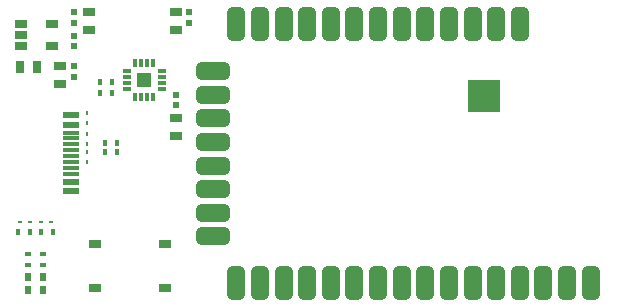
<source format=gtp>
G04 Layer_Color=8421504*
%FSAX25Y25*%
%MOIN*%
G70*
G01*
G75*
%ADD10R,0.01575X0.02362*%
%ADD11R,0.03937X0.03150*%
%ADD12R,0.02362X0.01968*%
%ADD13R,0.11024X0.11024*%
G04:AMPARAMS|DCode=14|XSize=110.24mil|YSize=59.84mil|CornerRadius=14.96mil|HoleSize=0mil|Usage=FLASHONLY|Rotation=270.000|XOffset=0mil|YOffset=0mil|HoleType=Round|Shape=RoundedRectangle|*
%AMROUNDEDRECTD14*
21,1,0.11024,0.02992,0,0,270.0*
21,1,0.08031,0.05984,0,0,270.0*
1,1,0.02992,-0.01496,-0.04016*
1,1,0.02992,-0.01496,0.04016*
1,1,0.02992,0.01496,0.04016*
1,1,0.02992,0.01496,-0.04016*
%
%ADD14ROUNDEDRECTD14*%
G04:AMPARAMS|DCode=15|XSize=110.24mil|YSize=59.84mil|CornerRadius=14.96mil|HoleSize=0mil|Usage=FLASHONLY|Rotation=180.000|XOffset=0mil|YOffset=0mil|HoleType=Round|Shape=RoundedRectangle|*
%AMROUNDEDRECTD15*
21,1,0.11024,0.02992,0,0,180.0*
21,1,0.08031,0.05984,0,0,180.0*
1,1,0.02992,-0.04016,0.01496*
1,1,0.02992,0.04016,0.01496*
1,1,0.02992,0.04016,-0.01496*
1,1,0.02992,-0.04016,-0.01496*
%
%ADD15ROUNDEDRECTD15*%
%ADD16R,0.03937X0.02756*%
%ADD17R,0.05512X0.01181*%
%ADD18R,0.05512X0.02362*%
%ADD19R,0.03150X0.03937*%
%ADD20R,0.00984X0.01417*%
%ADD21R,0.01968X0.02756*%
%ADD22R,0.02362X0.01575*%
%ADD23R,0.01417X0.00984*%
%ADD24R,0.03937X0.02953*%
G04:AMPARAMS|DCode=25|XSize=29.92mil|YSize=10.63mil|CornerRadius=1.33mil|HoleSize=0mil|Usage=FLASHONLY|Rotation=270.000|XOffset=0mil|YOffset=0mil|HoleType=Round|Shape=RoundedRectangle|*
%AMROUNDEDRECTD25*
21,1,0.02992,0.00797,0,0,270.0*
21,1,0.02726,0.01063,0,0,270.0*
1,1,0.00266,-0.00399,-0.01363*
1,1,0.00266,-0.00399,0.01363*
1,1,0.00266,0.00399,0.01363*
1,1,0.00266,0.00399,-0.01363*
%
%ADD25ROUNDEDRECTD25*%
G04:AMPARAMS|DCode=26|XSize=29.92mil|YSize=10.63mil|CornerRadius=1.33mil|HoleSize=0mil|Usage=FLASHONLY|Rotation=180.000|XOffset=0mil|YOffset=0mil|HoleType=Round|Shape=RoundedRectangle|*
%AMROUNDEDRECTD26*
21,1,0.02992,0.00797,0,0,180.0*
21,1,0.02726,0.01063,0,0,180.0*
1,1,0.00266,-0.01363,0.00399*
1,1,0.00266,0.01363,0.00399*
1,1,0.00266,0.01363,-0.00399*
1,1,0.00266,-0.01363,-0.00399*
%
%ADD26ROUNDEDRECTD26*%
G36*
X0152244Y0173346D02*
X0147756D01*
Y0177835D01*
X0152244D01*
Y0173346D01*
D02*
G37*
D10*
X0139370Y0174803D02*
D03*
X0135433D02*
D03*
X0139370Y0171260D02*
D03*
X0135433D02*
D03*
X0137008Y0154724D02*
D03*
X0140945D02*
D03*
X0137008Y0151575D02*
D03*
X0140945D02*
D03*
X0119685Y0124803D02*
D03*
X0115748D02*
D03*
X0107874D02*
D03*
X0111811D02*
D03*
D11*
X0160630Y0156890D02*
D03*
Y0162795D02*
D03*
X0160630Y0192323D02*
D03*
Y0198228D02*
D03*
X0131496Y0192323D02*
D03*
Y0198228D02*
D03*
X0122047Y0174213D02*
D03*
Y0180118D02*
D03*
D12*
X0160630Y0170669D02*
D03*
Y0167126D02*
D03*
X0164961Y0194685D02*
D03*
Y0198228D02*
D03*
X0126772Y0194685D02*
D03*
Y0198228D02*
D03*
Y0186811D02*
D03*
Y0190354D02*
D03*
Y0176575D02*
D03*
Y0180118D02*
D03*
D13*
X0263386Y0170276D02*
D03*
D14*
X0298819Y0108071D02*
D03*
X0290945D02*
D03*
X0283071D02*
D03*
X0275197D02*
D03*
X0267323D02*
D03*
X0259449D02*
D03*
X0251575D02*
D03*
X0243701D02*
D03*
X0235827D02*
D03*
X0227953D02*
D03*
X0220079D02*
D03*
X0212205D02*
D03*
X0204331D02*
D03*
X0196457D02*
D03*
X0188583D02*
D03*
X0180709D02*
D03*
Y0194291D02*
D03*
X0188583Y0194291D02*
D03*
X0196457Y0194291D02*
D03*
X0204331Y0194291D02*
D03*
X0212205D02*
D03*
X0220079D02*
D03*
X0227953D02*
D03*
X0235827Y0194291D02*
D03*
X0243701Y0194291D02*
D03*
X0251575D02*
D03*
X0259449D02*
D03*
X0267323D02*
D03*
X0275197Y0194291D02*
D03*
D15*
X0172835Y0123425D02*
D03*
Y0131299D02*
D03*
Y0139173D02*
D03*
Y0147047D02*
D03*
Y0154921D02*
D03*
Y0162795D02*
D03*
Y0170669D02*
D03*
Y0178543D02*
D03*
D16*
X0109055Y0194291D02*
D03*
Y0190551D02*
D03*
Y0186811D02*
D03*
X0119291D02*
D03*
Y0194291D02*
D03*
D17*
X0125452Y0158071D02*
D03*
Y0154134D02*
D03*
Y0148228D02*
D03*
X0125452Y0144291D02*
D03*
X0125452Y0146260D02*
D03*
Y0150197D02*
D03*
Y0152165D02*
D03*
Y0156102D02*
D03*
D18*
Y0141732D02*
D03*
Y0138583D02*
D03*
Y0160630D02*
D03*
Y0163779D02*
D03*
D19*
X0108465Y0179921D02*
D03*
X0114370D02*
D03*
D20*
X0131102Y0164646D02*
D03*
Y0161339D02*
D03*
Y0157559D02*
D03*
Y0154252D02*
D03*
Y0148346D02*
D03*
Y0151654D02*
D03*
D21*
X0116142Y0105709D02*
D03*
Y0110039D02*
D03*
X0111417Y0105709D02*
D03*
Y0110039D02*
D03*
D22*
X0116142Y0113779D02*
D03*
Y0117717D02*
D03*
X0111417Y0113779D02*
D03*
Y0117717D02*
D03*
D23*
X0118976Y0128347D02*
D03*
X0115669D02*
D03*
X0108583D02*
D03*
X0111890D02*
D03*
D24*
X0133465Y0106228D02*
D03*
X0157087D02*
D03*
Y0120992D02*
D03*
X0133465D02*
D03*
D25*
X0152953Y0181378D02*
D03*
X0150984D02*
D03*
X0149016D02*
D03*
X0147047D02*
D03*
Y0169803D02*
D03*
X0149016D02*
D03*
X0150984D02*
D03*
X0152953D02*
D03*
D26*
X0155787Y0172638D02*
D03*
Y0174606D02*
D03*
Y0176575D02*
D03*
Y0178543D02*
D03*
X0144213D02*
D03*
Y0176575D02*
D03*
Y0174606D02*
D03*
Y0172638D02*
D03*
M02*

</source>
